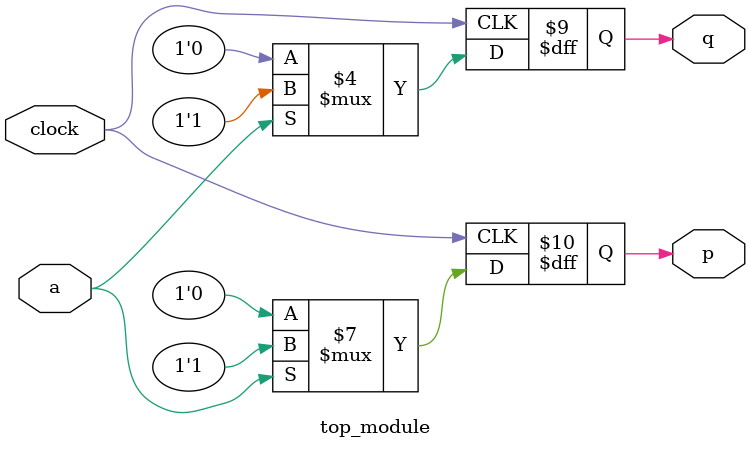
<source format=sv>
module top_module (
    input clock,
    input a, 
    output reg p,
    output reg q
);

    always @(posedge clock) begin
        if (a) begin
            p <= 1'b1;
        end else begin
            p <= 1'b0;
        end
    end

    always @(negedge clock) begin
        if (a) begin
            q <= 1'b1;
        end else begin
            q <= 1'b0;
        end
    end

endmodule

</source>
